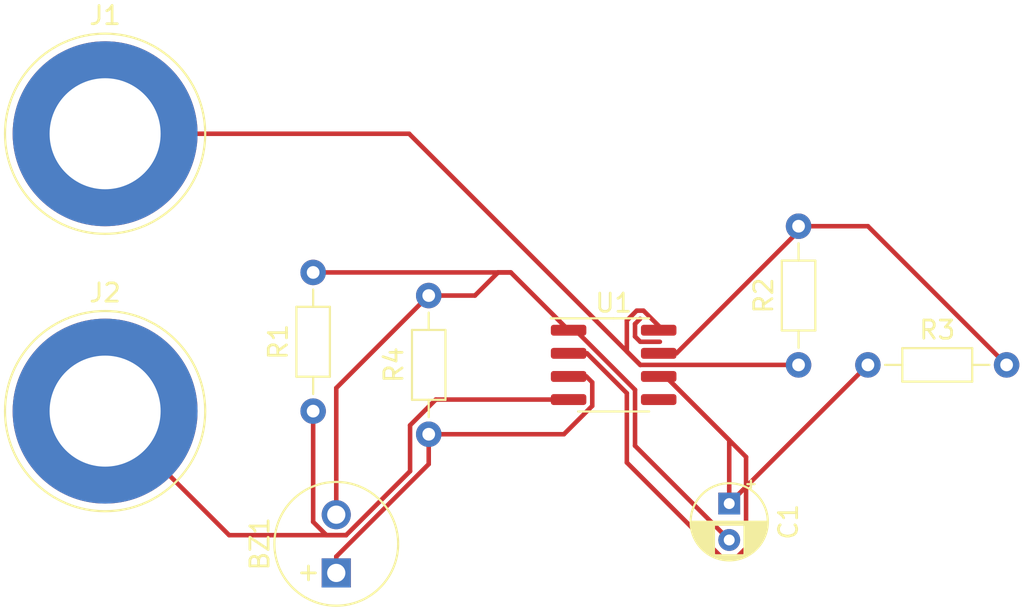
<source format=kicad_pcb>
(kicad_pcb (version 20171130) (host pcbnew "(5.1.10)-1")

  (general
    (thickness 1.6)
    (drawings 0)
    (tracks 59)
    (zones 0)
    (modules 9)
    (nets 8)
  )

  (page A4)
  (layers
    (0 F.Cu signal)
    (31 B.Cu signal)
    (32 B.Adhes user)
    (33 F.Adhes user)
    (34 B.Paste user)
    (35 F.Paste user)
    (36 B.SilkS user)
    (37 F.SilkS user)
    (38 B.Mask user)
    (39 F.Mask user)
    (40 Dwgs.User user)
    (41 Cmts.User user)
    (42 Eco1.User user)
    (43 Eco2.User user)
    (44 Edge.Cuts user)
    (45 Margin user)
    (46 B.CrtYd user)
    (47 F.CrtYd user)
    (48 B.Fab user)
    (49 F.Fab user)
  )

  (setup
    (last_trace_width 0.25)
    (trace_clearance 0.2)
    (zone_clearance 0.508)
    (zone_45_only no)
    (trace_min 0.2)
    (via_size 0.8)
    (via_drill 0.4)
    (via_min_size 0.4)
    (via_min_drill 0.3)
    (uvia_size 0.3)
    (uvia_drill 0.1)
    (uvias_allowed no)
    (uvia_min_size 0.2)
    (uvia_min_drill 0.1)
    (edge_width 0.05)
    (segment_width 0.2)
    (pcb_text_width 0.3)
    (pcb_text_size 1.5 1.5)
    (mod_edge_width 0.12)
    (mod_text_size 1 1)
    (mod_text_width 0.15)
    (pad_size 1.524 1.524)
    (pad_drill 0.762)
    (pad_to_mask_clearance 0)
    (aux_axis_origin 0 0)
    (visible_elements FFFFFF7F)
    (pcbplotparams
      (layerselection 0x010fc_ffffffff)
      (usegerberextensions false)
      (usegerberattributes true)
      (usegerberadvancedattributes true)
      (creategerberjobfile true)
      (excludeedgelayer true)
      (linewidth 0.100000)
      (plotframeref false)
      (viasonmask false)
      (mode 1)
      (useauxorigin false)
      (hpglpennumber 1)
      (hpglpenspeed 20)
      (hpglpendiameter 15.000000)
      (psnegative false)
      (psa4output false)
      (plotreference true)
      (plotvalue true)
      (plotinvisibletext false)
      (padsonsilk false)
      (subtractmaskfromsilk false)
      (outputformat 1)
      (mirror false)
      (drillshape 1)
      (scaleselection 1)
      (outputdirectory ""))
  )

  (net 0 "")
  (net 1 GND)
  (net 2 "Net-(BZ1-Pad1)")
  (net 3 "Net-(C1-Pad1)")
  (net 4 +5V)
  (net 5 "Net-(J2-Pad1)")
  (net 6 "Net-(R2-Pad2)")
  (net 7 "Net-(U1-Pad5)")

  (net_class Default "This is the default net class."
    (clearance 0.2)
    (trace_width 0.25)
    (via_dia 0.8)
    (via_drill 0.4)
    (uvia_dia 0.3)
    (uvia_drill 0.1)
    (add_net +5V)
    (add_net GND)
    (add_net "Net-(BZ1-Pad1)")
    (add_net "Net-(C1-Pad1)")
    (add_net "Net-(J2-Pad1)")
    (add_net "Net-(R2-Pad2)")
    (add_net "Net-(U1-Pad5)")
  )

  (module Package_SO:SOIC-8_3.9x4.9mm_P1.27mm (layer F.Cu) (tedit 5D9F72B1) (tstamp 6159D009)
    (at 161.29 102.87)
    (descr "SOIC, 8 Pin (JEDEC MS-012AA, https://www.analog.com/media/en/package-pcb-resources/package/pkg_pdf/soic_narrow-r/r_8.pdf), generated with kicad-footprint-generator ipc_gullwing_generator.py")
    (tags "SOIC SO")
    (path /61595214)
    (attr smd)
    (fp_text reference U1 (at 0 -3.4) (layer F.SilkS)
      (effects (font (size 1 1) (thickness 0.15)))
    )
    (fp_text value NE555D (at 0 3.4) (layer F.Fab)
      (effects (font (size 1 1) (thickness 0.15)))
    )
    (fp_text user %R (at 0 0) (layer F.Fab)
      (effects (font (size 0.98 0.98) (thickness 0.15)))
    )
    (fp_line (start 0 2.56) (end 1.95 2.56) (layer F.SilkS) (width 0.12))
    (fp_line (start 0 2.56) (end -1.95 2.56) (layer F.SilkS) (width 0.12))
    (fp_line (start 0 -2.56) (end 1.95 -2.56) (layer F.SilkS) (width 0.12))
    (fp_line (start 0 -2.56) (end -3.45 -2.56) (layer F.SilkS) (width 0.12))
    (fp_line (start -0.975 -2.45) (end 1.95 -2.45) (layer F.Fab) (width 0.1))
    (fp_line (start 1.95 -2.45) (end 1.95 2.45) (layer F.Fab) (width 0.1))
    (fp_line (start 1.95 2.45) (end -1.95 2.45) (layer F.Fab) (width 0.1))
    (fp_line (start -1.95 2.45) (end -1.95 -1.475) (layer F.Fab) (width 0.1))
    (fp_line (start -1.95 -1.475) (end -0.975 -2.45) (layer F.Fab) (width 0.1))
    (fp_line (start -3.7 -2.7) (end -3.7 2.7) (layer F.CrtYd) (width 0.05))
    (fp_line (start -3.7 2.7) (end 3.7 2.7) (layer F.CrtYd) (width 0.05))
    (fp_line (start 3.7 2.7) (end 3.7 -2.7) (layer F.CrtYd) (width 0.05))
    (fp_line (start 3.7 -2.7) (end -3.7 -2.7) (layer F.CrtYd) (width 0.05))
    (pad 8 smd roundrect (at 2.475 -1.905) (size 1.95 0.6) (layers F.Cu F.Paste F.Mask) (roundrect_rratio 0.25)
      (net 4 +5V))
    (pad 7 smd roundrect (at 2.475 -0.635) (size 1.95 0.6) (layers F.Cu F.Paste F.Mask) (roundrect_rratio 0.25)
      (net 6 "Net-(R2-Pad2)"))
    (pad 6 smd roundrect (at 2.475 0.635) (size 1.95 0.6) (layers F.Cu F.Paste F.Mask) (roundrect_rratio 0.25)
      (net 3 "Net-(C1-Pad1)"))
    (pad 5 smd roundrect (at 2.475 1.905) (size 1.95 0.6) (layers F.Cu F.Paste F.Mask) (roundrect_rratio 0.25)
      (net 7 "Net-(U1-Pad5)"))
    (pad 4 smd roundrect (at -2.475 1.905) (size 1.95 0.6) (layers F.Cu F.Paste F.Mask) (roundrect_rratio 0.25)
      (net 5 "Net-(J2-Pad1)"))
    (pad 3 smd roundrect (at -2.475 0.635) (size 1.95 0.6) (layers F.Cu F.Paste F.Mask) (roundrect_rratio 0.25)
      (net 2 "Net-(BZ1-Pad1)"))
    (pad 2 smd roundrect (at -2.475 -0.635) (size 1.95 0.6) (layers F.Cu F.Paste F.Mask) (roundrect_rratio 0.25)
      (net 3 "Net-(C1-Pad1)"))
    (pad 1 smd roundrect (at -2.475 -1.905) (size 1.95 0.6) (layers F.Cu F.Paste F.Mask) (roundrect_rratio 0.25)
      (net 1 GND))
    (model ${KISYS3DMOD}/Package_SO.3dshapes/SOIC-8_3.9x4.9mm_P1.27mm.wrl
      (at (xyz 0 0 0))
      (scale (xyz 1 1 1))
      (rotate (xyz 0 0 0))
    )
  )

  (module Resistor_THT:R_Axial_DIN0204_L3.6mm_D1.6mm_P7.62mm_Horizontal (layer F.Cu) (tedit 5AE5139B) (tstamp 6159CFEF)
    (at 151.13 106.68 90)
    (descr "Resistor, Axial_DIN0204 series, Axial, Horizontal, pin pitch=7.62mm, 0.167W, length*diameter=3.6*1.6mm^2, http://cdn-reichelt.de/documents/datenblatt/B400/1_4W%23YAG.pdf")
    (tags "Resistor Axial_DIN0204 series Axial Horizontal pin pitch 7.62mm 0.167W length 3.6mm diameter 1.6mm")
    (path /61598E5A)
    (fp_text reference R4 (at 3.81 -1.92 90) (layer F.SilkS)
      (effects (font (size 1 1) (thickness 0.15)))
    )
    (fp_text value R (at 3.81 1.92 90) (layer F.Fab)
      (effects (font (size 1 1) (thickness 0.15)))
    )
    (fp_line (start 8.57 -1.05) (end -0.95 -1.05) (layer F.CrtYd) (width 0.05))
    (fp_line (start 8.57 1.05) (end 8.57 -1.05) (layer F.CrtYd) (width 0.05))
    (fp_line (start -0.95 1.05) (end 8.57 1.05) (layer F.CrtYd) (width 0.05))
    (fp_line (start -0.95 -1.05) (end -0.95 1.05) (layer F.CrtYd) (width 0.05))
    (fp_line (start 6.68 0) (end 5.73 0) (layer F.SilkS) (width 0.12))
    (fp_line (start 0.94 0) (end 1.89 0) (layer F.SilkS) (width 0.12))
    (fp_line (start 5.73 -0.92) (end 1.89 -0.92) (layer F.SilkS) (width 0.12))
    (fp_line (start 5.73 0.92) (end 5.73 -0.92) (layer F.SilkS) (width 0.12))
    (fp_line (start 1.89 0.92) (end 5.73 0.92) (layer F.SilkS) (width 0.12))
    (fp_line (start 1.89 -0.92) (end 1.89 0.92) (layer F.SilkS) (width 0.12))
    (fp_line (start 7.62 0) (end 5.61 0) (layer F.Fab) (width 0.1))
    (fp_line (start 0 0) (end 2.01 0) (layer F.Fab) (width 0.1))
    (fp_line (start 5.61 -0.8) (end 2.01 -0.8) (layer F.Fab) (width 0.1))
    (fp_line (start 5.61 0.8) (end 5.61 -0.8) (layer F.Fab) (width 0.1))
    (fp_line (start 2.01 0.8) (end 5.61 0.8) (layer F.Fab) (width 0.1))
    (fp_line (start 2.01 -0.8) (end 2.01 0.8) (layer F.Fab) (width 0.1))
    (fp_text user %R (at 3.81 0 90) (layer F.Fab)
      (effects (font (size 0.72 0.72) (thickness 0.108)))
    )
    (pad 1 thru_hole circle (at 0 0 90) (size 1.4 1.4) (drill 0.7) (layers *.Cu *.Mask)
      (net 2 "Net-(BZ1-Pad1)"))
    (pad 2 thru_hole oval (at 7.62 0 90) (size 1.4 1.4) (drill 0.7) (layers *.Cu *.Mask)
      (net 1 GND))
    (model ${KISYS3DMOD}/Resistor_THT.3dshapes/R_Axial_DIN0204_L3.6mm_D1.6mm_P7.62mm_Horizontal.wrl
      (at (xyz 0 0 0))
      (scale (xyz 1 1 1))
      (rotate (xyz 0 0 0))
    )
  )

  (module Resistor_THT:R_Axial_DIN0204_L3.6mm_D1.6mm_P7.62mm_Horizontal (layer F.Cu) (tedit 5AE5139B) (tstamp 6159CFD8)
    (at 175.26 102.87)
    (descr "Resistor, Axial_DIN0204 series, Axial, Horizontal, pin pitch=7.62mm, 0.167W, length*diameter=3.6*1.6mm^2, http://cdn-reichelt.de/documents/datenblatt/B400/1_4W%23YAG.pdf")
    (tags "Resistor Axial_DIN0204 series Axial Horizontal pin pitch 7.62mm 0.167W length 3.6mm diameter 1.6mm")
    (path /6159855E)
    (fp_text reference R3 (at 3.81 -1.92) (layer F.SilkS)
      (effects (font (size 1 1) (thickness 0.15)))
    )
    (fp_text value R (at 3.81 1.92) (layer F.Fab)
      (effects (font (size 1 1) (thickness 0.15)))
    )
    (fp_text user %R (at 3.81 0) (layer F.Fab)
      (effects (font (size 0.72 0.72) (thickness 0.108)))
    )
    (fp_line (start 2.01 -0.8) (end 2.01 0.8) (layer F.Fab) (width 0.1))
    (fp_line (start 2.01 0.8) (end 5.61 0.8) (layer F.Fab) (width 0.1))
    (fp_line (start 5.61 0.8) (end 5.61 -0.8) (layer F.Fab) (width 0.1))
    (fp_line (start 5.61 -0.8) (end 2.01 -0.8) (layer F.Fab) (width 0.1))
    (fp_line (start 0 0) (end 2.01 0) (layer F.Fab) (width 0.1))
    (fp_line (start 7.62 0) (end 5.61 0) (layer F.Fab) (width 0.1))
    (fp_line (start 1.89 -0.92) (end 1.89 0.92) (layer F.SilkS) (width 0.12))
    (fp_line (start 1.89 0.92) (end 5.73 0.92) (layer F.SilkS) (width 0.12))
    (fp_line (start 5.73 0.92) (end 5.73 -0.92) (layer F.SilkS) (width 0.12))
    (fp_line (start 5.73 -0.92) (end 1.89 -0.92) (layer F.SilkS) (width 0.12))
    (fp_line (start 0.94 0) (end 1.89 0) (layer F.SilkS) (width 0.12))
    (fp_line (start 6.68 0) (end 5.73 0) (layer F.SilkS) (width 0.12))
    (fp_line (start -0.95 -1.05) (end -0.95 1.05) (layer F.CrtYd) (width 0.05))
    (fp_line (start -0.95 1.05) (end 8.57 1.05) (layer F.CrtYd) (width 0.05))
    (fp_line (start 8.57 1.05) (end 8.57 -1.05) (layer F.CrtYd) (width 0.05))
    (fp_line (start 8.57 -1.05) (end -0.95 -1.05) (layer F.CrtYd) (width 0.05))
    (pad 2 thru_hole oval (at 7.62 0) (size 1.4 1.4) (drill 0.7) (layers *.Cu *.Mask)
      (net 6 "Net-(R2-Pad2)"))
    (pad 1 thru_hole circle (at 0 0) (size 1.4 1.4) (drill 0.7) (layers *.Cu *.Mask)
      (net 3 "Net-(C1-Pad1)"))
    (model ${KISYS3DMOD}/Resistor_THT.3dshapes/R_Axial_DIN0204_L3.6mm_D1.6mm_P7.62mm_Horizontal.wrl
      (at (xyz 0 0 0))
      (scale (xyz 1 1 1))
      (rotate (xyz 0 0 0))
    )
  )

  (module Resistor_THT:R_Axial_DIN0204_L3.6mm_D1.6mm_P7.62mm_Horizontal (layer F.Cu) (tedit 5AE5139B) (tstamp 6159CFC1)
    (at 171.45 102.87 90)
    (descr "Resistor, Axial_DIN0204 series, Axial, Horizontal, pin pitch=7.62mm, 0.167W, length*diameter=3.6*1.6mm^2, http://cdn-reichelt.de/documents/datenblatt/B400/1_4W%23YAG.pdf")
    (tags "Resistor Axial_DIN0204 series Axial Horizontal pin pitch 7.62mm 0.167W length 3.6mm diameter 1.6mm")
    (path /61597E2B)
    (fp_text reference R2 (at 3.81 -1.92 90) (layer F.SilkS)
      (effects (font (size 1 1) (thickness 0.15)))
    )
    (fp_text value R (at 3.81 1.92 90) (layer F.Fab)
      (effects (font (size 1 1) (thickness 0.15)))
    )
    (fp_text user %R (at 3.81 0 270) (layer F.Fab)
      (effects (font (size 0.72 0.72) (thickness 0.108)))
    )
    (fp_line (start 2.01 -0.8) (end 2.01 0.8) (layer F.Fab) (width 0.1))
    (fp_line (start 2.01 0.8) (end 5.61 0.8) (layer F.Fab) (width 0.1))
    (fp_line (start 5.61 0.8) (end 5.61 -0.8) (layer F.Fab) (width 0.1))
    (fp_line (start 5.61 -0.8) (end 2.01 -0.8) (layer F.Fab) (width 0.1))
    (fp_line (start 0 0) (end 2.01 0) (layer F.Fab) (width 0.1))
    (fp_line (start 7.62 0) (end 5.61 0) (layer F.Fab) (width 0.1))
    (fp_line (start 1.89 -0.92) (end 1.89 0.92) (layer F.SilkS) (width 0.12))
    (fp_line (start 1.89 0.92) (end 5.73 0.92) (layer F.SilkS) (width 0.12))
    (fp_line (start 5.73 0.92) (end 5.73 -0.92) (layer F.SilkS) (width 0.12))
    (fp_line (start 5.73 -0.92) (end 1.89 -0.92) (layer F.SilkS) (width 0.12))
    (fp_line (start 0.94 0) (end 1.89 0) (layer F.SilkS) (width 0.12))
    (fp_line (start 6.68 0) (end 5.73 0) (layer F.SilkS) (width 0.12))
    (fp_line (start -0.95 -1.05) (end -0.95 1.05) (layer F.CrtYd) (width 0.05))
    (fp_line (start -0.95 1.05) (end 8.57 1.05) (layer F.CrtYd) (width 0.05))
    (fp_line (start 8.57 1.05) (end 8.57 -1.05) (layer F.CrtYd) (width 0.05))
    (fp_line (start 8.57 -1.05) (end -0.95 -1.05) (layer F.CrtYd) (width 0.05))
    (pad 2 thru_hole oval (at 7.62 0 90) (size 1.4 1.4) (drill 0.7) (layers *.Cu *.Mask)
      (net 6 "Net-(R2-Pad2)"))
    (pad 1 thru_hole circle (at 0 0 90) (size 1.4 1.4) (drill 0.7) (layers *.Cu *.Mask)
      (net 4 +5V))
    (model ${KISYS3DMOD}/Resistor_THT.3dshapes/R_Axial_DIN0204_L3.6mm_D1.6mm_P7.62mm_Horizontal.wrl
      (at (xyz 0 0 0))
      (scale (xyz 1 1 1))
      (rotate (xyz 0 0 0))
    )
  )

  (module Resistor_THT:R_Axial_DIN0204_L3.6mm_D1.6mm_P7.62mm_Horizontal (layer F.Cu) (tedit 5AE5139B) (tstamp 6159CFAA)
    (at 144.78 105.41 90)
    (descr "Resistor, Axial_DIN0204 series, Axial, Horizontal, pin pitch=7.62mm, 0.167W, length*diameter=3.6*1.6mm^2, http://cdn-reichelt.de/documents/datenblatt/B400/1_4W%23YAG.pdf")
    (tags "Resistor Axial_DIN0204 series Axial Horizontal pin pitch 7.62mm 0.167W length 3.6mm diameter 1.6mm")
    (path /6159750B)
    (fp_text reference R1 (at 3.81 -1.92 90) (layer F.SilkS)
      (effects (font (size 1 1) (thickness 0.15)))
    )
    (fp_text value R (at 3.81 1.92 90) (layer F.Fab)
      (effects (font (size 1 1) (thickness 0.15)))
    )
    (fp_text user %R (at 3.81 0 90) (layer F.Fab)
      (effects (font (size 0.72 0.72) (thickness 0.108)))
    )
    (fp_line (start 2.01 -0.8) (end 2.01 0.8) (layer F.Fab) (width 0.1))
    (fp_line (start 2.01 0.8) (end 5.61 0.8) (layer F.Fab) (width 0.1))
    (fp_line (start 5.61 0.8) (end 5.61 -0.8) (layer F.Fab) (width 0.1))
    (fp_line (start 5.61 -0.8) (end 2.01 -0.8) (layer F.Fab) (width 0.1))
    (fp_line (start 0 0) (end 2.01 0) (layer F.Fab) (width 0.1))
    (fp_line (start 7.62 0) (end 5.61 0) (layer F.Fab) (width 0.1))
    (fp_line (start 1.89 -0.92) (end 1.89 0.92) (layer F.SilkS) (width 0.12))
    (fp_line (start 1.89 0.92) (end 5.73 0.92) (layer F.SilkS) (width 0.12))
    (fp_line (start 5.73 0.92) (end 5.73 -0.92) (layer F.SilkS) (width 0.12))
    (fp_line (start 5.73 -0.92) (end 1.89 -0.92) (layer F.SilkS) (width 0.12))
    (fp_line (start 0.94 0) (end 1.89 0) (layer F.SilkS) (width 0.12))
    (fp_line (start 6.68 0) (end 5.73 0) (layer F.SilkS) (width 0.12))
    (fp_line (start -0.95 -1.05) (end -0.95 1.05) (layer F.CrtYd) (width 0.05))
    (fp_line (start -0.95 1.05) (end 8.57 1.05) (layer F.CrtYd) (width 0.05))
    (fp_line (start 8.57 1.05) (end 8.57 -1.05) (layer F.CrtYd) (width 0.05))
    (fp_line (start 8.57 -1.05) (end -0.95 -1.05) (layer F.CrtYd) (width 0.05))
    (pad 2 thru_hole oval (at 7.62 0 90) (size 1.4 1.4) (drill 0.7) (layers *.Cu *.Mask)
      (net 1 GND))
    (pad 1 thru_hole circle (at 0 0 90) (size 1.4 1.4) (drill 0.7) (layers *.Cu *.Mask)
      (net 5 "Net-(J2-Pad1)"))
    (model ${KISYS3DMOD}/Resistor_THT.3dshapes/R_Axial_DIN0204_L3.6mm_D1.6mm_P7.62mm_Horizontal.wrl
      (at (xyz 0 0 0))
      (scale (xyz 1 1 1))
      (rotate (xyz 0 0 0))
    )
  )

  (module Connector:Banana_Jack_1Pin (layer F.Cu) (tedit 5A1AB217) (tstamp 6159CF93)
    (at 133.35 105.41)
    (descr "Single banana socket, footprint - 6mm drill")
    (tags "banana socket")
    (path /6159C000)
    (fp_text reference J2 (at 0 -6.5) (layer F.SilkS)
      (effects (font (size 1 1) (thickness 0.15)))
    )
    (fp_text value M2 (at -0.25 6.5) (layer F.Fab)
      (effects (font (size 1 1) (thickness 0.15)))
    )
    (fp_text user %R (at 0 0) (layer F.Fab)
      (effects (font (size 0.8 0.8) (thickness 0.12)))
    )
    (fp_circle (center 0 0) (end 5.75 0) (layer F.CrtYd) (width 0.05))
    (fp_circle (center 0 0) (end 2 0) (layer F.Fab) (width 0.1))
    (fp_circle (center 0 0) (end 4.85 0.05) (layer F.Fab) (width 0.1))
    (fp_circle (center 0 0) (end 5.5 0) (layer F.SilkS) (width 0.12))
    (pad 1 thru_hole circle (at 0 0) (size 10.16 10.16) (drill 6.1) (layers *.Cu *.Mask)
      (net 5 "Net-(J2-Pad1)"))
    (model ${KISYS3DMOD}/Connector.3dshapes/Banana_Jack_1Pin.wrl
      (at (xyz 0 0 0))
      (scale (xyz 2 2 2))
      (rotate (xyz 0 0 0))
    )
  )

  (module Connector:Banana_Jack_1Pin (layer F.Cu) (tedit 5A1AB217) (tstamp 6159CF89)
    (at 133.35 90.17)
    (descr "Single banana socket, footprint - 6mm drill")
    (tags "banana socket")
    (path /6159B9F4)
    (fp_text reference J1 (at 0 -6.5) (layer F.SilkS)
      (effects (font (size 1 1) (thickness 0.15)))
    )
    (fp_text value M1 (at -0.25 6.5) (layer F.Fab)
      (effects (font (size 1 1) (thickness 0.15)))
    )
    (fp_text user %R (at 0 0) (layer F.Fab)
      (effects (font (size 0.8 0.8) (thickness 0.12)))
    )
    (fp_circle (center 0 0) (end 5.75 0) (layer F.CrtYd) (width 0.05))
    (fp_circle (center 0 0) (end 2 0) (layer F.Fab) (width 0.1))
    (fp_circle (center 0 0) (end 4.85 0.05) (layer F.Fab) (width 0.1))
    (fp_circle (center 0 0) (end 5.5 0) (layer F.SilkS) (width 0.12))
    (pad 1 thru_hole circle (at 0 0) (size 10.16 10.16) (drill 6.1) (layers *.Cu *.Mask)
      (net 4 +5V))
    (model ${KISYS3DMOD}/Connector.3dshapes/Banana_Jack_1Pin.wrl
      (at (xyz 0 0 0))
      (scale (xyz 2 2 2))
      (rotate (xyz 0 0 0))
    )
  )

  (module Capacitor_THT:CP_Radial_D4.0mm_P2.00mm (layer F.Cu) (tedit 5AE50EF0) (tstamp 6159CF7F)
    (at 167.64 110.49 270)
    (descr "CP, Radial series, Radial, pin pitch=2.00mm, , diameter=4mm, Electrolytic Capacitor")
    (tags "CP Radial series Radial pin pitch 2.00mm  diameter 4mm Electrolytic Capacitor")
    (path /6159A411)
    (fp_text reference C1 (at 1 -3.25 90) (layer F.SilkS)
      (effects (font (size 1 1) (thickness 0.15)))
    )
    (fp_text value CP (at 1 3.25 90) (layer F.Fab)
      (effects (font (size 1 1) (thickness 0.15)))
    )
    (fp_text user %R (at 1 0 90) (layer F.Fab)
      (effects (font (size 0.8 0.8) (thickness 0.12)))
    )
    (fp_circle (center 1 0) (end 3 0) (layer F.Fab) (width 0.1))
    (fp_circle (center 1 0) (end 3.12 0) (layer F.SilkS) (width 0.12))
    (fp_circle (center 1 0) (end 3.25 0) (layer F.CrtYd) (width 0.05))
    (fp_line (start -0.702554 -0.8675) (end -0.302554 -0.8675) (layer F.Fab) (width 0.1))
    (fp_line (start -0.502554 -1.0675) (end -0.502554 -0.6675) (layer F.Fab) (width 0.1))
    (fp_line (start 1 -2.08) (end 1 2.08) (layer F.SilkS) (width 0.12))
    (fp_line (start 1.04 -2.08) (end 1.04 2.08) (layer F.SilkS) (width 0.12))
    (fp_line (start 1.08 -2.079) (end 1.08 2.079) (layer F.SilkS) (width 0.12))
    (fp_line (start 1.12 -2.077) (end 1.12 2.077) (layer F.SilkS) (width 0.12))
    (fp_line (start 1.16 -2.074) (end 1.16 2.074) (layer F.SilkS) (width 0.12))
    (fp_line (start 1.2 -2.071) (end 1.2 -0.84) (layer F.SilkS) (width 0.12))
    (fp_line (start 1.2 0.84) (end 1.2 2.071) (layer F.SilkS) (width 0.12))
    (fp_line (start 1.24 -2.067) (end 1.24 -0.84) (layer F.SilkS) (width 0.12))
    (fp_line (start 1.24 0.84) (end 1.24 2.067) (layer F.SilkS) (width 0.12))
    (fp_line (start 1.28 -2.062) (end 1.28 -0.84) (layer F.SilkS) (width 0.12))
    (fp_line (start 1.28 0.84) (end 1.28 2.062) (layer F.SilkS) (width 0.12))
    (fp_line (start 1.32 -2.056) (end 1.32 -0.84) (layer F.SilkS) (width 0.12))
    (fp_line (start 1.32 0.84) (end 1.32 2.056) (layer F.SilkS) (width 0.12))
    (fp_line (start 1.36 -2.05) (end 1.36 -0.84) (layer F.SilkS) (width 0.12))
    (fp_line (start 1.36 0.84) (end 1.36 2.05) (layer F.SilkS) (width 0.12))
    (fp_line (start 1.4 -2.042) (end 1.4 -0.84) (layer F.SilkS) (width 0.12))
    (fp_line (start 1.4 0.84) (end 1.4 2.042) (layer F.SilkS) (width 0.12))
    (fp_line (start 1.44 -2.034) (end 1.44 -0.84) (layer F.SilkS) (width 0.12))
    (fp_line (start 1.44 0.84) (end 1.44 2.034) (layer F.SilkS) (width 0.12))
    (fp_line (start 1.48 -2.025) (end 1.48 -0.84) (layer F.SilkS) (width 0.12))
    (fp_line (start 1.48 0.84) (end 1.48 2.025) (layer F.SilkS) (width 0.12))
    (fp_line (start 1.52 -2.016) (end 1.52 -0.84) (layer F.SilkS) (width 0.12))
    (fp_line (start 1.52 0.84) (end 1.52 2.016) (layer F.SilkS) (width 0.12))
    (fp_line (start 1.56 -2.005) (end 1.56 -0.84) (layer F.SilkS) (width 0.12))
    (fp_line (start 1.56 0.84) (end 1.56 2.005) (layer F.SilkS) (width 0.12))
    (fp_line (start 1.6 -1.994) (end 1.6 -0.84) (layer F.SilkS) (width 0.12))
    (fp_line (start 1.6 0.84) (end 1.6 1.994) (layer F.SilkS) (width 0.12))
    (fp_line (start 1.64 -1.982) (end 1.64 -0.84) (layer F.SilkS) (width 0.12))
    (fp_line (start 1.64 0.84) (end 1.64 1.982) (layer F.SilkS) (width 0.12))
    (fp_line (start 1.68 -1.968) (end 1.68 -0.84) (layer F.SilkS) (width 0.12))
    (fp_line (start 1.68 0.84) (end 1.68 1.968) (layer F.SilkS) (width 0.12))
    (fp_line (start 1.721 -1.954) (end 1.721 -0.84) (layer F.SilkS) (width 0.12))
    (fp_line (start 1.721 0.84) (end 1.721 1.954) (layer F.SilkS) (width 0.12))
    (fp_line (start 1.761 -1.94) (end 1.761 -0.84) (layer F.SilkS) (width 0.12))
    (fp_line (start 1.761 0.84) (end 1.761 1.94) (layer F.SilkS) (width 0.12))
    (fp_line (start 1.801 -1.924) (end 1.801 -0.84) (layer F.SilkS) (width 0.12))
    (fp_line (start 1.801 0.84) (end 1.801 1.924) (layer F.SilkS) (width 0.12))
    (fp_line (start 1.841 -1.907) (end 1.841 -0.84) (layer F.SilkS) (width 0.12))
    (fp_line (start 1.841 0.84) (end 1.841 1.907) (layer F.SilkS) (width 0.12))
    (fp_line (start 1.881 -1.889) (end 1.881 -0.84) (layer F.SilkS) (width 0.12))
    (fp_line (start 1.881 0.84) (end 1.881 1.889) (layer F.SilkS) (width 0.12))
    (fp_line (start 1.921 -1.87) (end 1.921 -0.84) (layer F.SilkS) (width 0.12))
    (fp_line (start 1.921 0.84) (end 1.921 1.87) (layer F.SilkS) (width 0.12))
    (fp_line (start 1.961 -1.851) (end 1.961 -0.84) (layer F.SilkS) (width 0.12))
    (fp_line (start 1.961 0.84) (end 1.961 1.851) (layer F.SilkS) (width 0.12))
    (fp_line (start 2.001 -1.83) (end 2.001 -0.84) (layer F.SilkS) (width 0.12))
    (fp_line (start 2.001 0.84) (end 2.001 1.83) (layer F.SilkS) (width 0.12))
    (fp_line (start 2.041 -1.808) (end 2.041 -0.84) (layer F.SilkS) (width 0.12))
    (fp_line (start 2.041 0.84) (end 2.041 1.808) (layer F.SilkS) (width 0.12))
    (fp_line (start 2.081 -1.785) (end 2.081 -0.84) (layer F.SilkS) (width 0.12))
    (fp_line (start 2.081 0.84) (end 2.081 1.785) (layer F.SilkS) (width 0.12))
    (fp_line (start 2.121 -1.76) (end 2.121 -0.84) (layer F.SilkS) (width 0.12))
    (fp_line (start 2.121 0.84) (end 2.121 1.76) (layer F.SilkS) (width 0.12))
    (fp_line (start 2.161 -1.735) (end 2.161 -0.84) (layer F.SilkS) (width 0.12))
    (fp_line (start 2.161 0.84) (end 2.161 1.735) (layer F.SilkS) (width 0.12))
    (fp_line (start 2.201 -1.708) (end 2.201 -0.84) (layer F.SilkS) (width 0.12))
    (fp_line (start 2.201 0.84) (end 2.201 1.708) (layer F.SilkS) (width 0.12))
    (fp_line (start 2.241 -1.68) (end 2.241 -0.84) (layer F.SilkS) (width 0.12))
    (fp_line (start 2.241 0.84) (end 2.241 1.68) (layer F.SilkS) (width 0.12))
    (fp_line (start 2.281 -1.65) (end 2.281 -0.84) (layer F.SilkS) (width 0.12))
    (fp_line (start 2.281 0.84) (end 2.281 1.65) (layer F.SilkS) (width 0.12))
    (fp_line (start 2.321 -1.619) (end 2.321 -0.84) (layer F.SilkS) (width 0.12))
    (fp_line (start 2.321 0.84) (end 2.321 1.619) (layer F.SilkS) (width 0.12))
    (fp_line (start 2.361 -1.587) (end 2.361 -0.84) (layer F.SilkS) (width 0.12))
    (fp_line (start 2.361 0.84) (end 2.361 1.587) (layer F.SilkS) (width 0.12))
    (fp_line (start 2.401 -1.552) (end 2.401 -0.84) (layer F.SilkS) (width 0.12))
    (fp_line (start 2.401 0.84) (end 2.401 1.552) (layer F.SilkS) (width 0.12))
    (fp_line (start 2.441 -1.516) (end 2.441 -0.84) (layer F.SilkS) (width 0.12))
    (fp_line (start 2.441 0.84) (end 2.441 1.516) (layer F.SilkS) (width 0.12))
    (fp_line (start 2.481 -1.478) (end 2.481 -0.84) (layer F.SilkS) (width 0.12))
    (fp_line (start 2.481 0.84) (end 2.481 1.478) (layer F.SilkS) (width 0.12))
    (fp_line (start 2.521 -1.438) (end 2.521 -0.84) (layer F.SilkS) (width 0.12))
    (fp_line (start 2.521 0.84) (end 2.521 1.438) (layer F.SilkS) (width 0.12))
    (fp_line (start 2.561 -1.396) (end 2.561 -0.84) (layer F.SilkS) (width 0.12))
    (fp_line (start 2.561 0.84) (end 2.561 1.396) (layer F.SilkS) (width 0.12))
    (fp_line (start 2.601 -1.351) (end 2.601 -0.84) (layer F.SilkS) (width 0.12))
    (fp_line (start 2.601 0.84) (end 2.601 1.351) (layer F.SilkS) (width 0.12))
    (fp_line (start 2.641 -1.304) (end 2.641 -0.84) (layer F.SilkS) (width 0.12))
    (fp_line (start 2.641 0.84) (end 2.641 1.304) (layer F.SilkS) (width 0.12))
    (fp_line (start 2.681 -1.254) (end 2.681 -0.84) (layer F.SilkS) (width 0.12))
    (fp_line (start 2.681 0.84) (end 2.681 1.254) (layer F.SilkS) (width 0.12))
    (fp_line (start 2.721 -1.2) (end 2.721 -0.84) (layer F.SilkS) (width 0.12))
    (fp_line (start 2.721 0.84) (end 2.721 1.2) (layer F.SilkS) (width 0.12))
    (fp_line (start 2.761 -1.142) (end 2.761 -0.84) (layer F.SilkS) (width 0.12))
    (fp_line (start 2.761 0.84) (end 2.761 1.142) (layer F.SilkS) (width 0.12))
    (fp_line (start 2.801 -1.08) (end 2.801 -0.84) (layer F.SilkS) (width 0.12))
    (fp_line (start 2.801 0.84) (end 2.801 1.08) (layer F.SilkS) (width 0.12))
    (fp_line (start 2.841 -1.013) (end 2.841 1.013) (layer F.SilkS) (width 0.12))
    (fp_line (start 2.881 -0.94) (end 2.881 0.94) (layer F.SilkS) (width 0.12))
    (fp_line (start 2.921 -0.859) (end 2.921 0.859) (layer F.SilkS) (width 0.12))
    (fp_line (start 2.961 -0.768) (end 2.961 0.768) (layer F.SilkS) (width 0.12))
    (fp_line (start 3.001 -0.664) (end 3.001 0.664) (layer F.SilkS) (width 0.12))
    (fp_line (start 3.041 -0.537) (end 3.041 0.537) (layer F.SilkS) (width 0.12))
    (fp_line (start 3.081 -0.37) (end 3.081 0.37) (layer F.SilkS) (width 0.12))
    (fp_line (start -1.269801 -1.195) (end -0.869801 -1.195) (layer F.SilkS) (width 0.12))
    (fp_line (start -1.069801 -1.395) (end -1.069801 -0.995) (layer F.SilkS) (width 0.12))
    (pad 2 thru_hole circle (at 2 0 270) (size 1.2 1.2) (drill 0.6) (layers *.Cu *.Mask)
      (net 1 GND))
    (pad 1 thru_hole rect (at 0 0 270) (size 1.2 1.2) (drill 0.6) (layers *.Cu *.Mask)
      (net 3 "Net-(C1-Pad1)"))
    (model ${KISYS3DMOD}/Capacitor_THT.3dshapes/CP_Radial_D4.0mm_P2.00mm.wrl
      (at (xyz 0 0 0))
      (scale (xyz 1 1 1))
      (rotate (xyz 0 0 0))
    )
  )

  (module Buzzer_Beeper:MagneticBuzzer_Kingstate_KCG0601 (layer F.Cu) (tedit 5A030281) (tstamp 6159CF13)
    (at 146.05 114.3 90)
    (descr "Buzzer, Elektromagnetic Beeper, Summer,")
    (tags "Kingstate KCG0601 ")
    (path /61599665)
    (fp_text reference BZ1 (at 1.6 -4.2 90) (layer F.SilkS)
      (effects (font (size 1 1) (thickness 0.15)))
    )
    (fp_text value Buzzer (at 1.6 4.4 90) (layer F.Fab)
      (effects (font (size 1 1) (thickness 0.15)))
    )
    (fp_text user %R (at 1.6 -4.2 90) (layer F.Fab)
      (effects (font (size 1 1) (thickness 0.15)))
    )
    (fp_text user + (at 0 -1.6 90) (layer F.Fab)
      (effects (font (size 1 1) (thickness 0.15)))
    )
    (fp_text user + (at 0 -1.6 90) (layer F.SilkS)
      (effects (font (size 1 1) (thickness 0.15)))
    )
    (fp_circle (center 1.6 0) (end 5.15 0) (layer F.CrtYd) (width 0.05))
    (fp_circle (center 1.6 0) (end 4.9 0) (layer F.Fab) (width 0.1))
    (fp_circle (center 1.6 0) (end 2.4 0) (layer F.Fab) (width 0.1))
    (fp_circle (center 1.6 0) (end 5 0) (layer F.SilkS) (width 0.12))
    (pad 2 thru_hole circle (at 3.2 0 90) (size 1.6 1.6) (drill 1) (layers *.Cu *.Mask)
      (net 1 GND))
    (pad 1 thru_hole rect (at 0 0 90) (size 1.6 1.6) (drill 1) (layers *.Cu *.Mask)
      (net 2 "Net-(BZ1-Pad1)"))
    (model ${KISYS3DMOD}/Buzzer_Beeper.3dshapes/MagneticBuzzer_Kingstate_KCG0601.wrl
      (at (xyz 0 0 0))
      (scale (xyz 1 1 1))
      (rotate (xyz 0 0 0))
    )
  )

  (segment (start 162.46499 101.311758) (end 162.46499 100.618242) (width 0.25) (layer F.Cu) (net 0))
  (segment (start 162.46499 100.618242) (end 162.743242 100.33999) (width 0.25) (layer F.Cu) (net 0))
  (segment (start 162.753232 101.6) (end 162.46499 101.311758) (width 0.25) (layer F.Cu) (net 0))
  (segment (start 163.83 101.6) (end 162.753232 101.6) (width 0.25) (layer F.Cu) (net 0))
  (segment (start 159.191768 100.965) (end 158.815 100.965) (width 0.25) (layer F.Cu) (net 1))
  (segment (start 162.46499 104.238222) (end 159.191768 100.965) (width 0.25) (layer F.Cu) (net 1))
  (segment (start 162.46499 107.31499) (end 162.46499 104.238222) (width 0.25) (layer F.Cu) (net 1))
  (segment (start 167.64 112.49) (end 162.46499 107.31499) (width 0.25) (layer F.Cu) (net 1))
  (segment (start 155.64 97.79) (end 158.815 100.965) (width 0.25) (layer F.Cu) (net 1))
  (segment (start 144.78 97.79) (end 155.64 97.79) (width 0.25) (layer F.Cu) (net 1))
  (segment (start 146.05 104.14) (end 146.05 111.1) (width 0.25) (layer F.Cu) (net 1))
  (segment (start 151.13 99.06) (end 146.05 104.14) (width 0.25) (layer F.Cu) (net 1))
  (segment (start 151.13 99.06) (end 153.67 99.06) (width 0.25) (layer F.Cu) (net 1))
  (segment (start 154.94 97.79) (end 155.64 97.79) (width 0.25) (layer F.Cu) (net 1))
  (segment (start 153.67 99.06) (end 154.94 97.79) (width 0.25) (layer F.Cu) (net 1))
  (segment (start 158.556768 106.68) (end 151.13 106.68) (width 0.25) (layer F.Cu) (net 2))
  (segment (start 160.11501 105.121758) (end 158.556768 106.68) (width 0.25) (layer F.Cu) (net 2))
  (segment (start 160.11501 103.83001) (end 160.11501 105.121758) (width 0.25) (layer F.Cu) (net 2))
  (segment (start 159.79 103.505) (end 160.11501 103.83001) (width 0.25) (layer F.Cu) (net 2))
  (segment (start 158.815 103.505) (end 159.79 103.505) (width 0.25) (layer F.Cu) (net 2))
  (segment (start 146.05 113.401412) (end 146.05 114.3) (width 0.25) (layer F.Cu) (net 2))
  (segment (start 151.13 108.321412) (end 146.05 113.401412) (width 0.25) (layer F.Cu) (net 2))
  (segment (start 151.13 106.68) (end 151.13 108.321412) (width 0.25) (layer F.Cu) (net 2))
  (segment (start 175.26 102.87) (end 167.64 110.49) (width 0.25) (layer F.Cu) (net 3))
  (segment (start 167.64 107.003232) (end 164.141768 103.505) (width 0.25) (layer F.Cu) (net 3))
  (segment (start 167.64 110.49) (end 167.64 107.003232) (width 0.25) (layer F.Cu) (net 3))
  (segment (start 164.141768 103.505) (end 163.765 103.505) (width 0.25) (layer F.Cu) (net 3))
  (segment (start 168.565001 107.928233) (end 164.141768 103.505) (width 0.25) (layer F.Cu) (net 3))
  (segment (start 168.084001 113.415001) (end 168.565001 112.934001) (width 0.25) (layer F.Cu) (net 3))
  (segment (start 167.195999 113.415001) (end 168.084001 113.415001) (width 0.25) (layer F.Cu) (net 3))
  (segment (start 162.01498 108.233982) (end 167.195999 113.415001) (width 0.25) (layer F.Cu) (net 3))
  (segment (start 168.565001 112.934001) (end 168.565001 107.928233) (width 0.25) (layer F.Cu) (net 3))
  (segment (start 162.01498 104.424622) (end 162.01498 108.233982) (width 0.25) (layer F.Cu) (net 3))
  (segment (start 159.825358 102.235) (end 162.01498 104.424622) (width 0.25) (layer F.Cu) (net 3))
  (segment (start 158.815 102.235) (end 159.825358 102.235) (width 0.25) (layer F.Cu) (net 3))
  (segment (start 150.053232 90.17) (end 133.35 90.17) (width 0.25) (layer F.Cu) (net 4))
  (segment (start 162.753232 102.87) (end 150.053232 90.17) (width 0.25) (layer F.Cu) (net 4))
  (segment (start 171.45 102.87) (end 162.753232 102.87) (width 0.25) (layer F.Cu) (net 4))
  (segment (start 162.929643 99.889981) (end 164.148205 101.108543) (width 0.25) (layer F.Cu) (net 4))
  (segment (start 162.556841 99.889981) (end 162.929643 99.889981) (width 0.25) (layer F.Cu) (net 4))
  (segment (start 162.014981 100.431841) (end 162.556841 99.889981) (width 0.25) (layer F.Cu) (net 4))
  (segment (start 162.014981 102.131749) (end 162.014981 100.431841) (width 0.25) (layer F.Cu) (net 4))
  (segment (start 162.753232 102.87) (end 162.014981 102.131749) (width 0.25) (layer F.Cu) (net 4))
  (segment (start 163.908543 101.108543) (end 163.765 100.965) (width 0.25) (layer F.Cu) (net 4))
  (segment (start 164.148205 101.108543) (end 163.908543 101.108543) (width 0.25) (layer F.Cu) (net 4))
  (segment (start 140.165001 112.225001) (end 146.590001 112.225001) (width 0.25) (layer F.Cu) (net 5))
  (segment (start 133.35 105.41) (end 140.165001 112.225001) (width 0.25) (layer F.Cu) (net 5))
  (segment (start 151.517998 104.775) (end 158.815 104.775) (width 0.25) (layer F.Cu) (net 5))
  (segment (start 150.104999 106.187999) (end 151.517998 104.775) (width 0.25) (layer F.Cu) (net 5))
  (segment (start 146.590001 112.225001) (end 150.104999 108.710003) (width 0.25) (layer F.Cu) (net 5))
  (segment (start 150.104999 108.710003) (end 150.104999 106.187999) (width 0.25) (layer F.Cu) (net 5))
  (segment (start 145.509999 112.225001) (end 146.590001 112.225001) (width 0.25) (layer F.Cu) (net 5))
  (segment (start 144.78 111.495002) (end 145.509999 112.225001) (width 0.25) (layer F.Cu) (net 5))
  (segment (start 144.78 105.41) (end 144.78 111.495002) (width 0.25) (layer F.Cu) (net 5))
  (segment (start 175.26 95.25) (end 182.88 102.87) (width 0.25) (layer F.Cu) (net 6))
  (segment (start 171.45 95.25) (end 175.26 95.25) (width 0.25) (layer F.Cu) (net 6))
  (segment (start 171.45 95.525) (end 171.45 95.25) (width 0.25) (layer F.Cu) (net 6))
  (segment (start 164.74 102.235) (end 171.45 95.525) (width 0.25) (layer F.Cu) (net 6))
  (segment (start 163.765 102.235) (end 164.74 102.235) (width 0.25) (layer F.Cu) (net 6))

)

</source>
